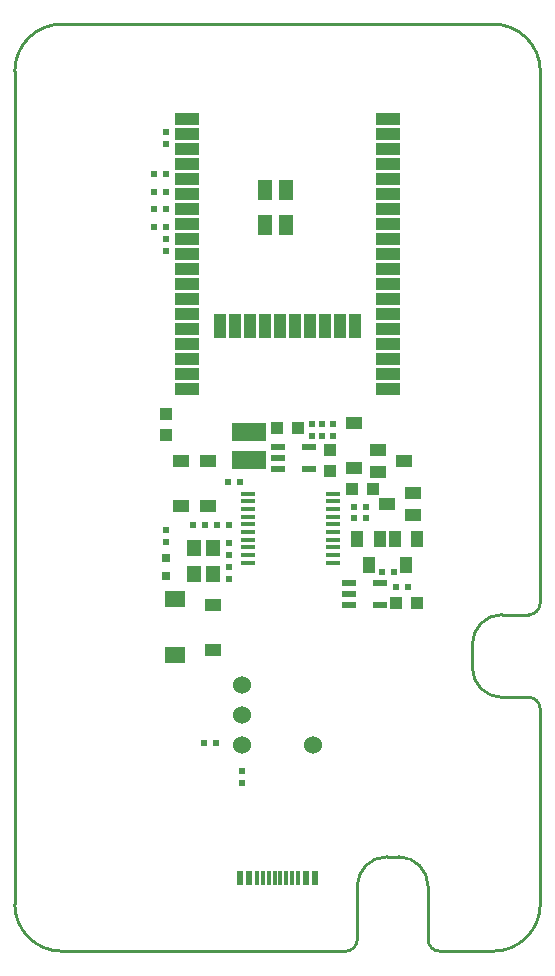
<source format=gtp>
G04 #@! TF.GenerationSoftware,KiCad,Pcbnew,7.0.1*
G04 #@! TF.CreationDate,2023-09-19T14:51:07+09:00*
G04 #@! TF.ProjectId,ESP32-DevKit-Lipo_Rev_C,45535033-322d-4446-9576-4b69742d4c69,C*
G04 #@! TF.SameCoordinates,Original*
G04 #@! TF.FileFunction,Paste,Top*
G04 #@! TF.FilePolarity,Positive*
%FSLAX46Y46*%
G04 Gerber Fmt 4.6, Leading zero omitted, Abs format (unit mm)*
G04 Created by KiCad (PCBNEW 7.0.1) date 2023-09-19 14:51:07*
%MOMM*%
%LPD*%
G01*
G04 APERTURE LIST*
G04 Aperture macros list*
%AMRoundRect*
0 Rectangle with rounded corners*
0 $1 Rounding radius*
0 $2 $3 $4 $5 $6 $7 $8 $9 X,Y pos of 4 corners*
0 Add a 4 corners polygon primitive as box body*
4,1,4,$2,$3,$4,$5,$6,$7,$8,$9,$2,$3,0*
0 Add four circle primitives for the rounded corners*
1,1,$1+$1,$2,$3*
1,1,$1+$1,$4,$5*
1,1,$1+$1,$6,$7*
1,1,$1+$1,$8,$9*
0 Add four rect primitives between the rounded corners*
20,1,$1+$1,$2,$3,$4,$5,0*
20,1,$1+$1,$4,$5,$6,$7,0*
20,1,$1+$1,$6,$7,$8,$9,0*
20,1,$1+$1,$8,$9,$2,$3,0*%
G04 Aperture macros list end*
%ADD10R,1.400000X1.000000*%
%ADD11R,1.000000X1.400000*%
%ADD12R,0.800000X0.800000*%
%ADD13R,1.200000X0.550000*%
%ADD14R,1.270000X0.325000*%
%ADD15R,0.550000X0.500000*%
%ADD16R,0.500000X0.550000*%
%ADD17R,1.200000X1.800000*%
%ADD18RoundRect,0.050800X-1.000000X-0.450000X1.000000X-0.450000X1.000000X0.450000X-1.000000X0.450000X0*%
%ADD19RoundRect,0.050800X-0.450000X-1.000000X0.450000X-1.000000X0.450000X1.000000X-0.450000X1.000000X0*%
%ADD20R,1.016000X1.016000*%
%ADD21R,3.000000X1.600000*%
%ADD22R,1.200000X1.400000*%
%ADD23R,1.754000X1.327000*%
%ADD24C,1.524000*%
%ADD25R,0.600000X1.240000*%
%ADD26R,0.300000X1.240000*%
G04 #@! TA.AperFunction,Profile*
%ADD27C,0.254000*%
G04 #@! TD*
G04 APERTURE END LIST*
D10*
X154135000Y-106106000D03*
X154135000Y-104206000D03*
X151935000Y-105156000D03*
D11*
X151317960Y-108112560D03*
X149415500Y-108112560D03*
X150370540Y-110322360D03*
D12*
X133223000Y-109728000D03*
X133223000Y-111252000D03*
D13*
X148687000Y-111826000D03*
X148687000Y-112776000D03*
X148687000Y-113726000D03*
X151287000Y-113726000D03*
X151287000Y-111826000D03*
D14*
X140144500Y-104263000D03*
X140144500Y-104913000D03*
X140144500Y-105563000D03*
X140144500Y-106213000D03*
X140144500Y-106863000D03*
X140144500Y-107513000D03*
X140144500Y-108163000D03*
X140144500Y-108813000D03*
X140144500Y-109463000D03*
X140144500Y-110113000D03*
X147383500Y-110113000D03*
X147383500Y-109463000D03*
X147383500Y-108813000D03*
X147383500Y-108163000D03*
X147383500Y-107513000D03*
X147383500Y-106863000D03*
X147383500Y-106213000D03*
X147383500Y-105563000D03*
X147383500Y-104913000D03*
X147383500Y-104263000D03*
D10*
X137160000Y-117470000D03*
X137160000Y-113670000D03*
D15*
X133223000Y-83693000D03*
X133223000Y-82677000D03*
X133223000Y-108331000D03*
X133223000Y-107315000D03*
D16*
X135509000Y-106934000D03*
X136525000Y-106934000D03*
X149098000Y-106299000D03*
X150114000Y-106299000D03*
X152527000Y-110871000D03*
X151511000Y-110871000D03*
X132206999Y-81661000D03*
X133222999Y-81661000D03*
D17*
X141610000Y-78522000D03*
X141610000Y-81522000D03*
X143410000Y-78522000D03*
X143410000Y-81522000D03*
D18*
X135010000Y-72512000D03*
X135010000Y-73782000D03*
X135010000Y-75052000D03*
X135010000Y-76322000D03*
X135010000Y-77592000D03*
X135010000Y-78862000D03*
X135010000Y-80132000D03*
X135010000Y-81402000D03*
X135010000Y-82672000D03*
X135010000Y-83942000D03*
X135010000Y-85212000D03*
X135010000Y-86482000D03*
X135010000Y-87752000D03*
X135010000Y-89022000D03*
X135010000Y-90292000D03*
D19*
X137810000Y-90022000D03*
D18*
X135010000Y-91562000D03*
D19*
X139080000Y-90022000D03*
D18*
X135010000Y-92832000D03*
D19*
X140350000Y-90022000D03*
D18*
X135010000Y-94102000D03*
D19*
X141620000Y-90022000D03*
D18*
X135010000Y-95372000D03*
D19*
X142890000Y-90022000D03*
X144160000Y-90022000D03*
D18*
X152010000Y-95372000D03*
D19*
X145430000Y-90022000D03*
D18*
X152010000Y-94102000D03*
D19*
X146700000Y-90022000D03*
D18*
X152010000Y-92832000D03*
D19*
X147970000Y-90022000D03*
D18*
X152010000Y-91562000D03*
D19*
X149240000Y-90022000D03*
D18*
X152010000Y-90292000D03*
X152010000Y-89022000D03*
X152010000Y-87752000D03*
X152010000Y-86482000D03*
X152010000Y-85212000D03*
X152010000Y-83942000D03*
X152010000Y-82672000D03*
X152010000Y-81402000D03*
X152010000Y-80132000D03*
X152010000Y-78862000D03*
X152010000Y-77592000D03*
X152010000Y-76322000D03*
X152010000Y-75052000D03*
X152010000Y-73782000D03*
X152010000Y-72512000D03*
D11*
X154492960Y-108112560D03*
X152590500Y-108112560D03*
X153545540Y-110322360D03*
D20*
X152717500Y-113538000D03*
X154495500Y-113538000D03*
D21*
X140208000Y-101403000D03*
X140208000Y-99003000D03*
D20*
X142621000Y-98679000D03*
X144399000Y-98679000D03*
X147066000Y-102362000D03*
X147066000Y-100584000D03*
D15*
X147320000Y-99377500D03*
X147320000Y-98361500D03*
X145542000Y-99377500D03*
X145542000Y-98361500D03*
X146431000Y-99377500D03*
X146431000Y-98361500D03*
D13*
X142718000Y-100269000D03*
X142718000Y-101219000D03*
X142718000Y-102169000D03*
X145318000Y-102169000D03*
X145318000Y-100269000D03*
D15*
X138557000Y-110490000D03*
X138557000Y-111506000D03*
X133223000Y-73660000D03*
X133223000Y-74676000D03*
D16*
X133223000Y-78740000D03*
X132207000Y-78740000D03*
D10*
X149098000Y-102103000D03*
X149098000Y-98303000D03*
D20*
X148971000Y-103886000D03*
X150749000Y-103886000D03*
D16*
X149098000Y-105410000D03*
X150114000Y-105410000D03*
X152654000Y-112141000D03*
X153670000Y-112141000D03*
D15*
X138557000Y-109474000D03*
X138557000Y-108458000D03*
D22*
X135598000Y-108839000D03*
X137198000Y-111039000D03*
X137198000Y-108839000D03*
X135598000Y-111039000D03*
D10*
X134493000Y-101478000D03*
X134493000Y-105278000D03*
X136779000Y-105278000D03*
X136779000Y-101478000D03*
D16*
X132207000Y-77216000D03*
X133223000Y-77216000D03*
X133223000Y-80137001D03*
X132207000Y-80137001D03*
X139446000Y-103251000D03*
X138430000Y-103251000D03*
D20*
X133223000Y-97536000D03*
X133223000Y-99314000D03*
D10*
X151165560Y-100523040D03*
X151165560Y-102425500D03*
X153375360Y-101470460D03*
D16*
X138557000Y-106934000D03*
X137541000Y-106934000D03*
D23*
X133985000Y-113180000D03*
X133985000Y-117960000D03*
D16*
X136384000Y-125400000D03*
X137400000Y-125400000D03*
D24*
X145650000Y-125500000D03*
X139650000Y-120500000D03*
X139650000Y-123000000D03*
X139650000Y-125500000D03*
D15*
X139650000Y-127742000D03*
X139650000Y-128758000D03*
D25*
X139450000Y-136775000D03*
X140250000Y-136775000D03*
D26*
X141400000Y-136775000D03*
X142400000Y-136775000D03*
X142900000Y-136775000D03*
X143900000Y-136775000D03*
D25*
X145050000Y-136775000D03*
X145850000Y-136775000D03*
X145850000Y-136775000D03*
X145050000Y-136775000D03*
D26*
X144400000Y-136775000D03*
X143400000Y-136775000D03*
X141900000Y-136775000D03*
X140900000Y-136775000D03*
D25*
X140250000Y-136775000D03*
X139450000Y-136775000D03*
D27*
X163900000Y-121500000D02*
X161650000Y-121500000D01*
X159150000Y-117000000D02*
X159150000Y-119000000D01*
X161650000Y-114500000D02*
G75*
G03*
X159150000Y-117000000I0J-2500000D01*
G01*
X151900000Y-135000000D02*
G75*
G03*
X149400000Y-137500000I0J-2500000D01*
G01*
X155400000Y-137500000D02*
G75*
G03*
X152900000Y-135000000I-2500000J0D01*
G01*
X159150000Y-119000000D02*
G75*
G03*
X161650000Y-121500000I2500000J0D01*
G01*
X164900000Y-122500000D02*
G75*
G03*
X163900000Y-121500000I-1000000J0D01*
G01*
X148400000Y-143000000D02*
G75*
G03*
X149400000Y-142000000I0J1000000D01*
G01*
X155400000Y-142000000D02*
X155400000Y-137500000D01*
X120400000Y-68500000D02*
X120400000Y-139000000D01*
X163900000Y-114500000D02*
X161650000Y-114500000D01*
X124400000Y-64500000D02*
G75*
G03*
X120400000Y-68500000I0J-4000000D01*
G01*
X160900000Y-64500000D02*
X124400000Y-64500000D01*
X152900000Y-135000000D02*
X151900000Y-135000000D01*
X164900000Y-68500000D02*
X164900000Y-113500000D01*
X164900000Y-68500000D02*
G75*
G03*
X160900000Y-64500000I-4000000J0D01*
G01*
X120400000Y-139000000D02*
G75*
G03*
X124400000Y-143000000I4000000J0D01*
G01*
X149400000Y-137500000D02*
X149400000Y-142000000D01*
X155400000Y-142000000D02*
G75*
G03*
X156400000Y-143000000I1000000J0D01*
G01*
X163900000Y-114500000D02*
G75*
G03*
X164900000Y-113500000I0J1000000D01*
G01*
X160900000Y-143000000D02*
X156400000Y-143000000D01*
X164900000Y-139000000D02*
X164900000Y-122500000D01*
X148400000Y-143000000D02*
X124400000Y-143000000D01*
X160900000Y-143000000D02*
G75*
G03*
X164900000Y-139000000I0J4000000D01*
G01*
M02*

</source>
